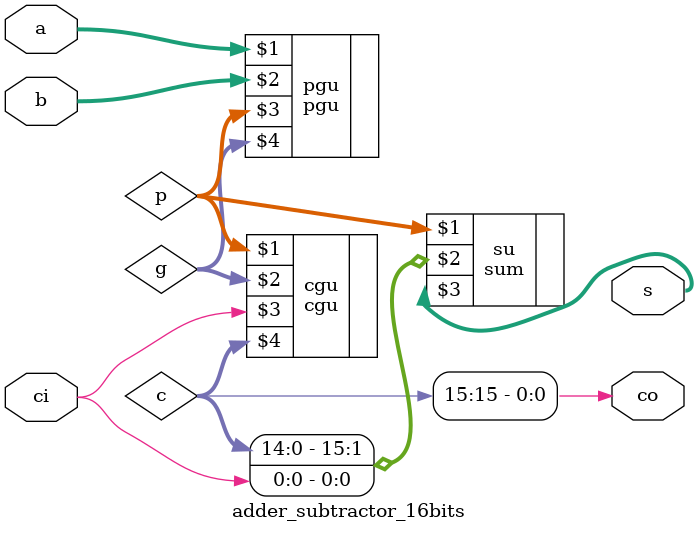
<source format=v>
`include "pgu.v"
`include "cgu.v"
`include "sum.v"
module adder_subtractor_16bits(
 ci, // carry in
 a, b, // 32-bits a and b
 s, // result of a +/- b
 co // carry out at 15 bit position
);

input [15:0] a, b;
input ci;
output [15:0] s;
output reg co;

wire [15:0] p, g; // output from pgu
wire [15:0] c;
always@(*) begin
co = c[15];
end
pgu pgu(a, b, p, g);
cgu cgu(p, g, ci, c);
sum su(p, {c[14:0], ci}, s);
endmodule

</source>
